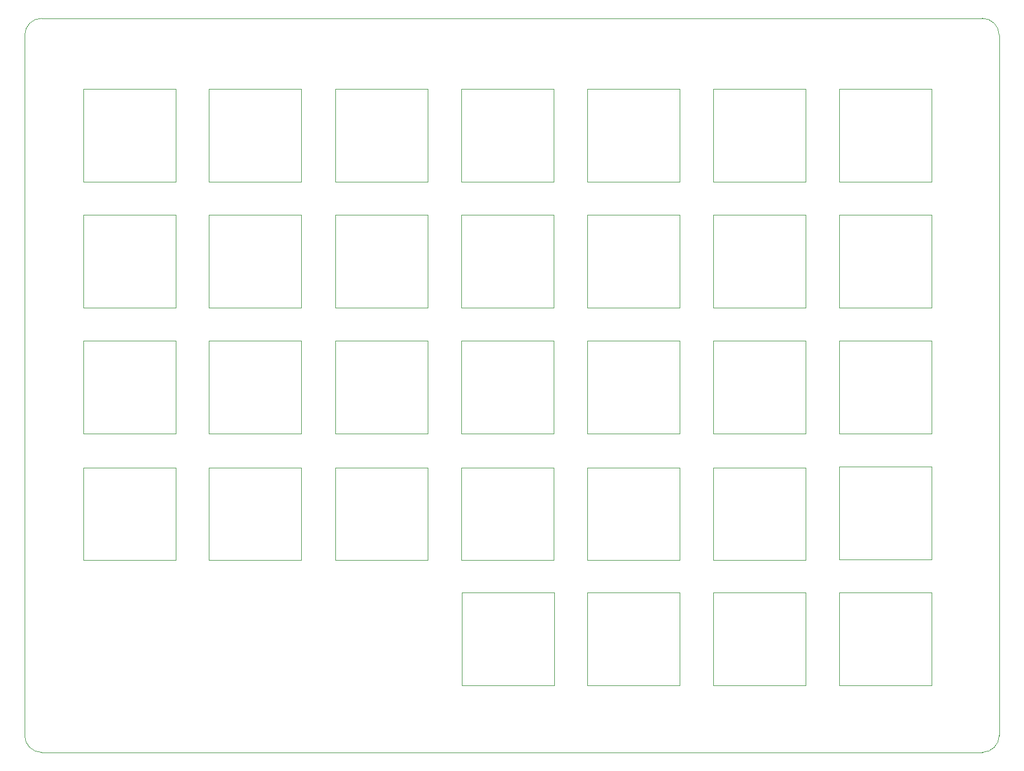
<source format=gbr>
%TF.GenerationSoftware,KiCad,Pcbnew,(7.0.0-0)*%
%TF.CreationDate,2023-03-05T23:09:27+09:00*%
%TF.ProjectId,11111_plates,31313131-315f-4706-9c61-7465732e6b69,rev?*%
%TF.SameCoordinates,Original*%
%TF.FileFunction,Profile,NP*%
%FSLAX46Y46*%
G04 Gerber Fmt 4.6, Leading zero omitted, Abs format (unit mm)*
G04 Created by KiCad (PCBNEW (7.0.0-0)) date 2023-03-05 23:09:27*
%MOMM*%
%LPD*%
G01*
G04 APERTURE LIST*
%TA.AperFunction,Profile*%
%ADD10C,0.100000*%
%TD*%
%TA.AperFunction,Profile*%
%ADD11C,0.120000*%
%TD*%
G04 APERTURE END LIST*
D10*
X174803949Y-133256049D02*
G75*
G03*
X177343949Y-130716051I-49J2540049D01*
G01*
X32520000Y-133256051D02*
X174803949Y-133256051D01*
X32520000Y-22196050D02*
G75*
G03*
X29980000Y-24736051I0J-2540000D01*
G01*
X29980049Y-130716051D02*
G75*
G03*
X32520000Y-133256051I2539951J-49D01*
G01*
X177343949Y-24732102D02*
X177343949Y-130716051D01*
X177343998Y-24732102D02*
G75*
G03*
X174803949Y-22192102I-2540098J-98D01*
G01*
X29980000Y-24736051D02*
X29980000Y-130716051D01*
X32520000Y-22196051D02*
X174803949Y-22192102D01*
D11*
%TO.C,SW46*%
X96005000Y-90186051D02*
X96005000Y-104186051D01*
X96005000Y-104186051D02*
X110005000Y-104186051D01*
X110005000Y-90186051D02*
X96005000Y-90186051D01*
X110005000Y-104186051D02*
X110005000Y-90186051D01*
%TO.C,SW34*%
X134105000Y-71016051D02*
X134105000Y-85016051D01*
X134105000Y-85016051D02*
X148105000Y-85016051D01*
X148105000Y-71016051D02*
X134105000Y-71016051D01*
X148105000Y-85016051D02*
X148105000Y-71016051D01*
%TO.C,SW15*%
X38855000Y-51966051D02*
X38855000Y-65966051D01*
X38855000Y-65966051D02*
X52855000Y-65966051D01*
X52855000Y-51966051D02*
X38855000Y-51966051D01*
X52855000Y-65966051D02*
X52855000Y-51966051D01*
%TO.C,SW45*%
X76955000Y-90186051D02*
X76955000Y-104186051D01*
X76955000Y-104186051D02*
X90955000Y-104186051D01*
X90955000Y-90186051D02*
X76955000Y-90186051D01*
X90955000Y-104186051D02*
X90955000Y-90186051D01*
%TO.C,SW57*%
X96065000Y-109116051D02*
X96065000Y-123116051D01*
X96065000Y-123116051D02*
X110065000Y-123116051D01*
X110065000Y-109116051D02*
X96065000Y-109116051D01*
X110065000Y-123116051D02*
X110065000Y-109116051D01*
%TO.C,SW1*%
X38855000Y-32916051D02*
X38855000Y-46916051D01*
X38855000Y-46916051D02*
X52855000Y-46916051D01*
X52855000Y-32916051D02*
X38855000Y-32916051D01*
X52855000Y-46916051D02*
X52855000Y-32916051D01*
%TO.C,SW58*%
X115055000Y-109116051D02*
X115055000Y-123116051D01*
X115055000Y-123116051D02*
X129055000Y-123116051D01*
X129055000Y-109116051D02*
X115055000Y-109116051D01*
X129055000Y-123116051D02*
X129055000Y-109116051D01*
%TO.C,SW16*%
X57835000Y-51966051D02*
X57835000Y-65966051D01*
X57835000Y-65966051D02*
X71835000Y-65966051D01*
X71835000Y-51966051D02*
X57835000Y-51966051D01*
X71835000Y-65966051D02*
X71835000Y-51966051D01*
%TO.C,SW19*%
X115055000Y-51966051D02*
X115055000Y-65966051D01*
X115055000Y-65966051D02*
X129055000Y-65966051D01*
X129055000Y-51966051D02*
X115055000Y-51966051D01*
X129055000Y-65966051D02*
X129055000Y-51966051D01*
%TO.C,SW43*%
X38855000Y-90186051D02*
X38855000Y-104186051D01*
X38855000Y-104186051D02*
X52855000Y-104186051D01*
X52855000Y-90186051D02*
X38855000Y-90186051D01*
X52855000Y-104186051D02*
X52855000Y-90186051D01*
%TO.C,SW47*%
X115055000Y-90186051D02*
X115055000Y-104186051D01*
X115055000Y-104186051D02*
X129055000Y-104186051D01*
X129055000Y-90186051D02*
X115055000Y-90186051D01*
X129055000Y-104186051D02*
X129055000Y-90186051D01*
%TO.C,SW35*%
X153155000Y-71016051D02*
X153155000Y-85016051D01*
X153155000Y-85016051D02*
X167155000Y-85016051D01*
X167155000Y-71016051D02*
X153155000Y-71016051D01*
X167155000Y-85016051D02*
X167155000Y-71016051D01*
%TO.C,SW30*%
X57835000Y-71016051D02*
X57835000Y-85016051D01*
X57835000Y-85016051D02*
X71835000Y-85016051D01*
X71835000Y-71016051D02*
X57835000Y-71016051D01*
X71835000Y-85016051D02*
X71835000Y-71016051D01*
%TO.C,SW33*%
X115055000Y-71016051D02*
X115055000Y-85016051D01*
X115055000Y-85016051D02*
X129055000Y-85016051D01*
X129055000Y-71016051D02*
X115055000Y-71016051D01*
X129055000Y-85016051D02*
X129055000Y-71016051D01*
%TO.C,SW6*%
X134105000Y-32916051D02*
X134105000Y-46916051D01*
X134105000Y-46916051D02*
X148105000Y-46916051D01*
X148105000Y-32916051D02*
X134105000Y-32916051D01*
X148105000Y-46916051D02*
X148105000Y-32916051D01*
%TO.C,SW44*%
X57835000Y-90186051D02*
X57835000Y-104186051D01*
X57835000Y-104186051D02*
X71835000Y-104186051D01*
X71835000Y-90186051D02*
X57835000Y-90186051D01*
X71835000Y-104186051D02*
X71835000Y-90186051D01*
%TO.C,SW49*%
X153155000Y-90066051D02*
X153155000Y-104066051D01*
X153155000Y-104066051D02*
X167155000Y-104066051D01*
X167155000Y-90066051D02*
X153155000Y-90066051D01*
X167155000Y-104066051D02*
X167155000Y-90066051D01*
%TO.C,SW21*%
X153155000Y-51966051D02*
X153155000Y-65966051D01*
X153155000Y-65966051D02*
X167155000Y-65966051D01*
X167155000Y-51966051D02*
X153155000Y-51966051D01*
X167155000Y-65966051D02*
X167155000Y-51966051D01*
%TO.C,SW29*%
X38855000Y-71016051D02*
X38855000Y-85016051D01*
X38855000Y-85016051D02*
X52855000Y-85016051D01*
X52855000Y-71016051D02*
X38855000Y-71016051D01*
X52855000Y-85016051D02*
X52855000Y-71016051D01*
%TO.C,SW4*%
X96005000Y-32916051D02*
X96005000Y-46916051D01*
X96005000Y-46916051D02*
X110005000Y-46916051D01*
X110005000Y-32916051D02*
X96005000Y-32916051D01*
X110005000Y-46916051D02*
X110005000Y-32916051D01*
%TO.C,SW59*%
X134105000Y-109116051D02*
X134105000Y-123116051D01*
X134105000Y-123116051D02*
X148105000Y-123116051D01*
X148105000Y-109116051D02*
X134105000Y-109116051D01*
X148105000Y-123116051D02*
X148105000Y-109116051D01*
%TO.C,SW20*%
X134105000Y-51966051D02*
X134105000Y-65966051D01*
X134105000Y-65966051D02*
X148105000Y-65966051D01*
X148105000Y-51966051D02*
X134105000Y-51966051D01*
X148105000Y-65966051D02*
X148105000Y-51966051D01*
%TO.C,SW32*%
X96005000Y-71016051D02*
X96005000Y-85016051D01*
X96005000Y-85016051D02*
X110005000Y-85016051D01*
X110005000Y-71016051D02*
X96005000Y-71016051D01*
X110005000Y-85016051D02*
X110005000Y-71016051D01*
%TO.C,SW2*%
X57835000Y-32916051D02*
X57835000Y-46916051D01*
X57835000Y-46916051D02*
X71835000Y-46916051D01*
X71835000Y-32916051D02*
X57835000Y-32916051D01*
X71835000Y-46916051D02*
X71835000Y-32916051D01*
%TO.C,SW3*%
X76955000Y-32916051D02*
X76955000Y-46916051D01*
X76955000Y-46916051D02*
X90955000Y-46916051D01*
X90955000Y-32916051D02*
X76955000Y-32916051D01*
X90955000Y-46916051D02*
X90955000Y-32916051D01*
%TO.C,SW7*%
X153155000Y-32916051D02*
X153155000Y-46916051D01*
X153155000Y-46916051D02*
X167155000Y-46916051D01*
X167155000Y-32916051D02*
X153155000Y-32916051D01*
X167155000Y-46916051D02*
X167155000Y-32916051D01*
%TO.C,SW17*%
X76955000Y-51966051D02*
X76955000Y-65966051D01*
X76955000Y-65966051D02*
X90955000Y-65966051D01*
X90955000Y-51966051D02*
X76955000Y-51966051D01*
X90955000Y-65966051D02*
X90955000Y-51966051D01*
%TO.C,SW48*%
X134105000Y-90186051D02*
X134105000Y-104186051D01*
X134105000Y-104186051D02*
X148105000Y-104186051D01*
X148105000Y-90186051D02*
X134105000Y-90186051D01*
X148105000Y-104186051D02*
X148105000Y-90186051D01*
%TO.C,SW60*%
X153155000Y-109116051D02*
X153155000Y-123116051D01*
X153155000Y-123116051D02*
X167155000Y-123116051D01*
X167155000Y-109116051D02*
X153155000Y-109116051D01*
X167155000Y-123116051D02*
X167155000Y-109116051D01*
%TO.C,SW18*%
X96005000Y-51966051D02*
X96005000Y-65966051D01*
X96005000Y-65966051D02*
X110005000Y-65966051D01*
X110005000Y-51966051D02*
X96005000Y-51966051D01*
X110005000Y-65966051D02*
X110005000Y-51966051D01*
%TO.C,SW31*%
X76955000Y-71016051D02*
X76955000Y-85016051D01*
X76955000Y-85016051D02*
X90955000Y-85016051D01*
X90955000Y-71016051D02*
X76955000Y-71016051D01*
X90955000Y-85016051D02*
X90955000Y-71016051D01*
%TO.C,SW5*%
X115055000Y-32916051D02*
X115055000Y-46916051D01*
X115055000Y-46916051D02*
X129055000Y-46916051D01*
X129055000Y-32916051D02*
X115055000Y-32916051D01*
X129055000Y-46916051D02*
X129055000Y-32916051D01*
%TD*%
M02*

</source>
